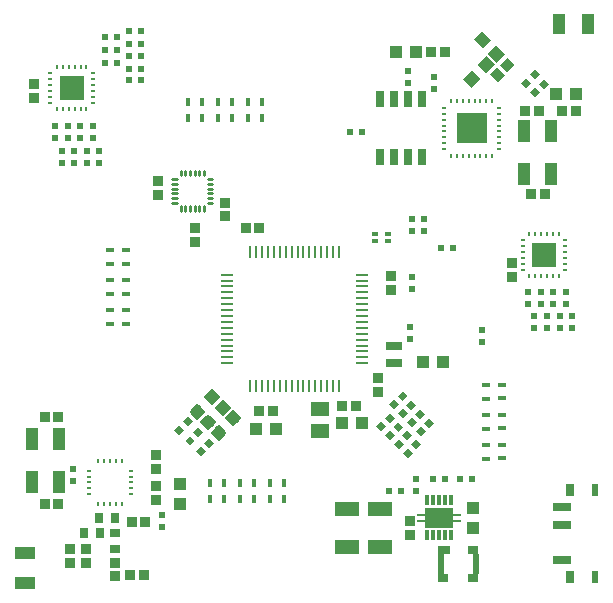
<source format=gtp>
G75*
%MOIN*%
%OFA0B0*%
%FSLAX24Y24*%
%IPPOS*%
%LPD*%
%AMOC8*
5,1,8,0,0,1.08239X$1,22.5*
%
%ADD10R,0.0433X0.0394*%
%ADD11R,0.0335X0.0354*%
%ADD12R,0.0354X0.0335*%
%ADD13R,0.0591X0.0512*%
%ADD14C,0.0118*%
%ADD15R,0.0236X0.0236*%
%ADD16R,0.0236X0.0236*%
%ADD17R,0.0591X0.0276*%
%ADD18R,0.0236X0.0394*%
%ADD19R,0.0315X0.0394*%
%ADD20R,0.0112X0.0433*%
%ADD21R,0.0433X0.0112*%
%ADD22R,0.0787X0.0472*%
%ADD23R,0.0945X0.0650*%
%ADD24R,0.0117X0.0335*%
%ADD25R,0.0276X0.0110*%
%ADD26R,0.0394X0.0433*%
%ADD27R,0.0217X0.0669*%
%ADD28R,0.0394X0.0276*%
%ADD29R,0.0374X0.0276*%
%ADD30R,0.0295X0.0177*%
%ADD31R,0.0177X0.0295*%
%ADD32R,0.0098X0.0157*%
%ADD33R,0.0157X0.0098*%
%ADD34R,0.0787X0.0787*%
%ADD35C,0.0091*%
%ADD36R,0.0394X0.0669*%
%ADD37R,0.0433X0.0748*%
%ADD38R,0.0280X0.0560*%
%ADD39R,0.1000X0.1000*%
%ADD40R,0.0669X0.0394*%
%ADD41R,0.0276X0.0354*%
%ADD42R,0.0354X0.0276*%
%ADD43R,0.0550X0.0300*%
%ADD44R,0.0240X0.0120*%
D10*
X026070Y022682D03*
X026739Y022682D03*
X028930Y022867D03*
X029599Y022867D03*
X031625Y024922D03*
X032294Y024922D03*
X036070Y033847D03*
X036739Y033847D03*
G36*
X034074Y035473D02*
X034379Y035168D01*
X034100Y034889D01*
X033795Y035194D01*
X034074Y035473D01*
G37*
G36*
X033601Y035947D02*
X033906Y035642D01*
X033627Y035363D01*
X033322Y035668D01*
X033601Y035947D01*
G37*
G36*
X033445Y034808D02*
X033750Y035113D01*
X034029Y034834D01*
X033724Y034529D01*
X033445Y034808D01*
G37*
G36*
X032971Y034335D02*
X033276Y034640D01*
X033555Y034361D01*
X033250Y034056D01*
X032971Y034335D01*
G37*
X031399Y035247D03*
X030730Y035247D03*
D11*
X031916Y035237D03*
X032373Y035237D03*
G36*
X033876Y034497D02*
X034112Y034733D01*
X034362Y034483D01*
X034126Y034247D01*
X033876Y034497D01*
G37*
G36*
X034199Y034820D02*
X034435Y035056D01*
X034685Y034806D01*
X034449Y034570D01*
X034199Y034820D01*
G37*
X035046Y033277D03*
X035503Y033277D03*
X036266Y033262D03*
X036723Y033262D03*
X035703Y030497D03*
X035246Y030497D03*
X026178Y029387D03*
X025721Y029387D03*
X028941Y023447D03*
X029398Y023447D03*
X026633Y023282D03*
X026176Y023282D03*
X022383Y019572D03*
X021926Y019572D03*
X019478Y020182D03*
X019021Y020182D03*
X021876Y017797D03*
X022333Y017797D03*
X019478Y023082D03*
X019021Y023082D03*
D12*
X022730Y021800D03*
X022730Y021343D03*
X022730Y020775D03*
X022730Y020318D03*
X020405Y018675D03*
X020405Y018218D03*
X019855Y018218D03*
X019855Y018675D03*
X021355Y018225D03*
X021355Y017768D03*
X031190Y019143D03*
X031190Y019600D03*
X030130Y023918D03*
X030130Y024375D03*
X030555Y027318D03*
X030555Y027775D03*
X034585Y027748D03*
X034585Y028205D03*
X025050Y029763D03*
X025050Y030220D03*
X024025Y029380D03*
X024025Y028923D03*
X022795Y030488D03*
X022795Y030945D03*
X018670Y033708D03*
X018670Y034165D03*
D13*
X028210Y023351D03*
X028210Y022603D03*
D14*
X025311Y022839D02*
X025116Y023034D01*
X025311Y023229D01*
X025506Y023034D01*
X025311Y022839D01*
X025428Y022956D02*
X025194Y022956D01*
X025155Y023073D02*
X025467Y023073D01*
X025350Y023190D02*
X025272Y023190D01*
X024957Y023193D02*
X024762Y023388D01*
X024957Y023583D01*
X025152Y023388D01*
X024957Y023193D01*
X025074Y023310D02*
X024840Y023310D01*
X024801Y023427D02*
X025113Y023427D01*
X024996Y023544D02*
X024918Y023544D01*
X024604Y023546D02*
X024409Y023741D01*
X024604Y023936D01*
X024799Y023741D01*
X024604Y023546D01*
X024721Y023663D02*
X024487Y023663D01*
X024448Y023780D02*
X024760Y023780D01*
X024643Y023897D02*
X024565Y023897D01*
X023920Y023253D02*
X024115Y023058D01*
X023920Y023253D02*
X024115Y023448D01*
X024310Y023253D01*
X024115Y023058D01*
X024232Y023175D02*
X023998Y023175D01*
X023959Y023292D02*
X024271Y023292D01*
X024154Y023409D02*
X024076Y023409D01*
X024274Y022899D02*
X024469Y022704D01*
X024274Y022899D02*
X024469Y023094D01*
X024664Y022899D01*
X024469Y022704D01*
X024586Y022821D02*
X024352Y022821D01*
X024313Y022938D02*
X024625Y022938D01*
X024508Y023055D02*
X024430Y023055D01*
X024627Y022546D02*
X024822Y022351D01*
X024627Y022546D02*
X024822Y022741D01*
X025017Y022546D01*
X024822Y022351D01*
X024939Y022468D02*
X024705Y022468D01*
X024666Y022585D02*
X024978Y022585D01*
X024861Y022702D02*
X024783Y022702D01*
D15*
X019965Y021342D03*
X019965Y020942D03*
X022930Y019822D03*
X022930Y019422D03*
X030515Y020622D03*
X030915Y020622D03*
X031415Y020622D03*
X031415Y021022D03*
X031965Y021022D03*
X032365Y021022D03*
X032865Y021022D03*
X033265Y021022D03*
X033595Y025567D03*
X033595Y025967D03*
X035350Y026037D03*
X035350Y026437D03*
X035770Y026437D03*
X035770Y026037D03*
X036190Y026037D03*
X036190Y026437D03*
X036610Y026437D03*
X036610Y026037D03*
X036400Y026857D03*
X036400Y027257D03*
X035980Y027257D03*
X035980Y026857D03*
X035560Y026857D03*
X035560Y027257D03*
X035140Y027257D03*
X035140Y026857D03*
X032635Y028697D03*
X032235Y028697D03*
X031675Y029292D03*
X031675Y029667D03*
X031275Y029667D03*
X031275Y029292D03*
X031260Y027752D03*
X031260Y027352D03*
X031210Y026082D03*
X031210Y025682D03*
X020845Y031552D03*
X020845Y031952D03*
X020425Y031952D03*
X020425Y031552D03*
X020005Y031552D03*
X020005Y031952D03*
X019585Y031952D03*
X019585Y031552D03*
X019795Y032372D03*
X019795Y032772D03*
X020215Y032772D03*
X020215Y032372D03*
X020635Y032372D03*
X020635Y032772D03*
X019375Y032772D03*
X019375Y032372D03*
X021840Y034307D03*
X021840Y034682D03*
X022240Y034682D03*
X022240Y034307D03*
X022240Y035102D03*
X021840Y035102D03*
X021840Y035522D03*
X022240Y035522D03*
X022240Y035942D03*
X021840Y035942D03*
X021420Y035732D03*
X021020Y035732D03*
X021020Y035312D03*
X021420Y035312D03*
X021420Y034892D03*
X021020Y034892D03*
X029195Y032587D03*
X029595Y032587D03*
X031145Y034212D03*
X031145Y034612D03*
X032005Y034407D03*
X032005Y034007D03*
D16*
G36*
X035249Y034215D02*
X035083Y034049D01*
X034917Y034215D01*
X035083Y034381D01*
X035249Y034215D01*
G37*
G36*
X035532Y034498D02*
X035366Y034332D01*
X035200Y034498D01*
X035366Y034664D01*
X035532Y034498D01*
G37*
G36*
X035827Y034193D02*
X035661Y034027D01*
X035495Y034193D01*
X035661Y034359D01*
X035827Y034193D01*
G37*
G36*
X035544Y033910D02*
X035378Y033744D01*
X035212Y033910D01*
X035378Y034076D01*
X035544Y033910D01*
G37*
G36*
X030785Y023784D02*
X030951Y023950D01*
X031117Y023784D01*
X030951Y023618D01*
X030785Y023784D01*
G37*
G36*
X030502Y023501D02*
X030668Y023667D01*
X030834Y023501D01*
X030668Y023335D01*
X030502Y023501D01*
G37*
G36*
X030354Y023056D02*
X030520Y023222D01*
X030686Y023056D01*
X030520Y022890D01*
X030354Y023056D01*
G37*
G36*
X030071Y022773D02*
X030237Y022939D01*
X030403Y022773D01*
X030237Y022607D01*
X030071Y022773D01*
G37*
G36*
X030368Y022476D02*
X030534Y022642D01*
X030700Y022476D01*
X030534Y022310D01*
X030368Y022476D01*
G37*
G36*
X030651Y022759D02*
X030817Y022925D01*
X030983Y022759D01*
X030817Y022593D01*
X030651Y022759D01*
G37*
G36*
X030799Y023204D02*
X030965Y023370D01*
X031131Y023204D01*
X030965Y023038D01*
X030799Y023204D01*
G37*
G36*
X031082Y023487D02*
X031248Y023653D01*
X031414Y023487D01*
X031248Y023321D01*
X031082Y023487D01*
G37*
G36*
X031379Y023190D02*
X031545Y023356D01*
X031711Y023190D01*
X031545Y023024D01*
X031379Y023190D01*
G37*
G36*
X031096Y022907D02*
X031262Y023073D01*
X031428Y022907D01*
X031262Y022741D01*
X031096Y022907D01*
G37*
G36*
X030948Y022462D02*
X031114Y022628D01*
X031280Y022462D01*
X031114Y022296D01*
X030948Y022462D01*
G37*
G36*
X030665Y022179D02*
X030831Y022345D01*
X030997Y022179D01*
X030831Y022013D01*
X030665Y022179D01*
G37*
G36*
X030962Y021882D02*
X031128Y022048D01*
X031294Y021882D01*
X031128Y021716D01*
X030962Y021882D01*
G37*
G36*
X031245Y022165D02*
X031411Y022331D01*
X031577Y022165D01*
X031411Y021999D01*
X031245Y022165D01*
G37*
G36*
X031393Y022610D02*
X031559Y022776D01*
X031725Y022610D01*
X031559Y022444D01*
X031393Y022610D01*
G37*
G36*
X031676Y022893D02*
X031842Y023059D01*
X032008Y022893D01*
X031842Y022727D01*
X031676Y022893D01*
G37*
G36*
X024667Y022224D02*
X024501Y022058D01*
X024335Y022224D01*
X024501Y022390D01*
X024667Y022224D01*
G37*
G36*
X024384Y021941D02*
X024218Y021775D01*
X024052Y021941D01*
X024218Y022107D01*
X024384Y021941D01*
G37*
G36*
X024031Y022295D02*
X023865Y022129D01*
X023699Y022295D01*
X023865Y022461D01*
X024031Y022295D01*
G37*
G36*
X024313Y022578D02*
X024147Y022412D01*
X023981Y022578D01*
X024147Y022744D01*
X024313Y022578D01*
G37*
G36*
X023960Y022931D02*
X023794Y022765D01*
X023628Y022931D01*
X023794Y023097D01*
X023960Y022931D01*
G37*
G36*
X023677Y022649D02*
X023511Y022483D01*
X023345Y022649D01*
X023511Y022815D01*
X023677Y022649D01*
G37*
D17*
X036276Y020077D03*
X036276Y019487D03*
X036276Y018306D03*
D18*
X037358Y017755D03*
X037358Y020629D03*
D19*
X036531Y020629D03*
X036531Y017755D03*
D20*
X028831Y024103D03*
X028634Y024103D03*
X028437Y024103D03*
X028240Y024103D03*
X028043Y024103D03*
X027847Y024103D03*
X027650Y024103D03*
X027453Y024103D03*
X027256Y024103D03*
X027059Y024103D03*
X026862Y024103D03*
X026666Y024103D03*
X026469Y024103D03*
X026272Y024103D03*
X026075Y024103D03*
X025878Y024103D03*
X025878Y028591D03*
X026075Y028591D03*
X026272Y028591D03*
X026469Y028591D03*
X026666Y028591D03*
X026862Y028591D03*
X027059Y028591D03*
X027256Y028591D03*
X027453Y028591D03*
X027650Y028591D03*
X027847Y028591D03*
X028043Y028591D03*
X028240Y028591D03*
X028437Y028591D03*
X028634Y028591D03*
X028831Y028591D03*
D21*
X029599Y027823D03*
X029599Y027626D03*
X029599Y027429D03*
X029599Y027232D03*
X029599Y027036D03*
X029599Y026839D03*
X029599Y026642D03*
X029599Y026445D03*
X029599Y026248D03*
X029599Y026051D03*
X029599Y025855D03*
X029599Y025658D03*
X029599Y025461D03*
X029599Y025264D03*
X029599Y025067D03*
X029599Y024870D03*
X025110Y024870D03*
X025110Y025067D03*
X025110Y025264D03*
X025110Y025461D03*
X025110Y025658D03*
X025110Y025855D03*
X025110Y026051D03*
X025110Y026248D03*
X025110Y026445D03*
X025110Y026642D03*
X025110Y026839D03*
X025110Y027036D03*
X025110Y027232D03*
X025110Y027429D03*
X025110Y027626D03*
X025110Y027823D03*
D22*
X029115Y020002D03*
X030215Y020002D03*
X030215Y018742D03*
X029115Y018742D03*
D23*
X032165Y019722D03*
D24*
X032165Y019141D03*
X032361Y019141D03*
X032558Y019141D03*
X031968Y019141D03*
X031771Y019141D03*
X031771Y020302D03*
X031968Y020302D03*
X032165Y020302D03*
X032361Y020302D03*
X032558Y020302D03*
D25*
X032755Y019820D03*
X032755Y019623D03*
X031574Y019623D03*
X031574Y019820D03*
D26*
X033315Y020056D03*
X033315Y019387D03*
X023530Y020187D03*
X023530Y020856D03*
D27*
X032234Y018172D03*
X033395Y018172D03*
D28*
X032322Y018644D03*
D29*
X032313Y017699D03*
X033316Y017699D03*
X033316Y018644D03*
D30*
X033737Y021693D03*
X033737Y022150D03*
X034272Y022150D03*
X034272Y021697D03*
X034272Y022697D03*
X034272Y023150D03*
X033737Y023150D03*
X033737Y022693D03*
X033737Y023693D03*
X033737Y024150D03*
X034272Y024150D03*
X034272Y023697D03*
X021747Y026188D03*
X021747Y026645D03*
X021212Y026641D03*
X021212Y026188D03*
X021212Y027188D03*
X021212Y027641D03*
X021747Y027645D03*
X021747Y027188D03*
X021747Y028188D03*
X021747Y028645D03*
X021212Y028641D03*
X021212Y028188D03*
D31*
X023801Y033054D03*
X024258Y033054D03*
X024254Y033589D03*
X023801Y033589D03*
X024801Y033589D03*
X025254Y033589D03*
X025258Y033054D03*
X024801Y033054D03*
X025801Y033054D03*
X026258Y033054D03*
X026254Y033589D03*
X025801Y033589D03*
X026003Y020869D03*
X025546Y020869D03*
X025550Y020334D03*
X026003Y020334D03*
X026550Y020334D03*
X027003Y020334D03*
X027003Y020869D03*
X026546Y020869D03*
X025003Y020869D03*
X024546Y020869D03*
X024550Y020334D03*
X025003Y020334D03*
D32*
X021598Y020188D03*
X021401Y020188D03*
X021205Y020188D03*
X021008Y020188D03*
X020811Y020188D03*
X020811Y021605D03*
X021008Y021605D03*
X021205Y021605D03*
X021401Y021605D03*
X021598Y021605D03*
X035182Y027768D03*
X035379Y027768D03*
X035576Y027768D03*
X035773Y027768D03*
X035970Y027768D03*
X036167Y027768D03*
X036167Y029185D03*
X035970Y029185D03*
X035773Y029185D03*
X035576Y029185D03*
X035379Y029185D03*
X035182Y029185D03*
X033943Y031791D03*
X033747Y031791D03*
X033550Y031791D03*
X033353Y031791D03*
X033156Y031791D03*
X032959Y031791D03*
X032762Y031791D03*
X032566Y031791D03*
X032566Y033602D03*
X032762Y033602D03*
X032959Y033602D03*
X033156Y033602D03*
X033353Y033602D03*
X033550Y033602D03*
X033747Y033602D03*
X033943Y033602D03*
X020417Y033338D03*
X020220Y033338D03*
X020023Y033338D03*
X019826Y033338D03*
X019629Y033338D03*
X019432Y033338D03*
X019432Y034755D03*
X019629Y034755D03*
X019826Y034755D03*
X020023Y034755D03*
X020220Y034755D03*
X020417Y034755D03*
D33*
X020633Y034539D03*
X020633Y034342D03*
X020633Y034145D03*
X020633Y033948D03*
X020633Y033751D03*
X020633Y033555D03*
X019216Y033555D03*
X019216Y033751D03*
X019216Y033948D03*
X019216Y034145D03*
X019216Y034342D03*
X019216Y034539D03*
X032349Y033386D03*
X032349Y033189D03*
X032349Y032992D03*
X032349Y032795D03*
X032349Y032598D03*
X032349Y032401D03*
X032349Y032205D03*
X032349Y032008D03*
X034160Y032008D03*
X034160Y032205D03*
X034160Y032401D03*
X034160Y032598D03*
X034160Y032795D03*
X034160Y032992D03*
X034160Y033189D03*
X034160Y033386D03*
X034966Y028969D03*
X034966Y028772D03*
X034966Y028575D03*
X034966Y028378D03*
X034966Y028181D03*
X034966Y027985D03*
X036383Y027985D03*
X036383Y028181D03*
X036383Y028378D03*
X036383Y028575D03*
X036383Y028772D03*
X036383Y028969D03*
X021913Y021290D03*
X021913Y021094D03*
X021913Y020897D03*
X021913Y020700D03*
X021913Y020503D03*
X020496Y020503D03*
X020496Y020700D03*
X020496Y020897D03*
X020496Y021094D03*
X020496Y021290D03*
D34*
X035675Y028477D03*
X019925Y034047D03*
D35*
X023551Y031280D02*
X023551Y031134D01*
X023551Y031280D02*
X023551Y031280D01*
X023551Y031134D01*
X023551Y031134D01*
X023551Y031224D02*
X023551Y031224D01*
X023708Y031280D02*
X023708Y031134D01*
X023708Y031280D02*
X023708Y031280D01*
X023708Y031134D01*
X023708Y031134D01*
X023708Y031224D02*
X023708Y031224D01*
X023866Y031280D02*
X023866Y031134D01*
X023866Y031280D02*
X023866Y031280D01*
X023866Y031134D01*
X023866Y031134D01*
X023866Y031224D02*
X023866Y031224D01*
X024023Y031280D02*
X024023Y031134D01*
X024023Y031280D02*
X024023Y031280D01*
X024023Y031134D01*
X024023Y031134D01*
X024023Y031224D02*
X024023Y031224D01*
X024181Y031280D02*
X024181Y031134D01*
X024181Y031280D02*
X024181Y031280D01*
X024181Y031134D01*
X024181Y031134D01*
X024181Y031224D02*
X024181Y031224D01*
X024338Y031280D02*
X024338Y031134D01*
X024338Y031280D02*
X024338Y031280D01*
X024338Y031134D01*
X024338Y031134D01*
X024338Y031224D02*
X024338Y031224D01*
X024462Y031010D02*
X024608Y031010D01*
X024608Y031010D01*
X024462Y031010D01*
X024462Y031010D01*
X024462Y030853D02*
X024608Y030853D01*
X024608Y030853D01*
X024462Y030853D01*
X024462Y030853D01*
X024462Y030695D02*
X024608Y030695D01*
X024608Y030695D01*
X024462Y030695D01*
X024462Y030695D01*
X024462Y030538D02*
X024608Y030538D01*
X024608Y030538D01*
X024462Y030538D01*
X024462Y030538D01*
X024462Y030380D02*
X024608Y030380D01*
X024608Y030380D01*
X024462Y030380D01*
X024462Y030380D01*
X024462Y030223D02*
X024608Y030223D01*
X024608Y030223D01*
X024462Y030223D01*
X024462Y030223D01*
X024338Y030099D02*
X024338Y029953D01*
X024338Y029953D01*
X024338Y030099D01*
X024338Y030099D01*
X024338Y030043D02*
X024338Y030043D01*
X024181Y030099D02*
X024181Y029953D01*
X024181Y029953D01*
X024181Y030099D01*
X024181Y030099D01*
X024181Y030043D02*
X024181Y030043D01*
X024023Y030099D02*
X024023Y029953D01*
X024023Y029953D01*
X024023Y030099D01*
X024023Y030099D01*
X024023Y030043D02*
X024023Y030043D01*
X023866Y030099D02*
X023866Y029953D01*
X023866Y029953D01*
X023866Y030099D01*
X023866Y030099D01*
X023866Y030043D02*
X023866Y030043D01*
X023708Y030099D02*
X023708Y029953D01*
X023708Y029953D01*
X023708Y030099D01*
X023708Y030099D01*
X023708Y030043D02*
X023708Y030043D01*
X023551Y030099D02*
X023551Y029953D01*
X023551Y029953D01*
X023551Y030099D01*
X023551Y030099D01*
X023551Y030043D02*
X023551Y030043D01*
X023427Y030223D02*
X023281Y030223D01*
X023281Y030223D01*
X023427Y030223D01*
X023427Y030223D01*
X023427Y030380D02*
X023281Y030380D01*
X023281Y030380D01*
X023427Y030380D01*
X023427Y030380D01*
X023427Y030538D02*
X023281Y030538D01*
X023281Y030538D01*
X023427Y030538D01*
X023427Y030538D01*
X023427Y030695D02*
X023281Y030695D01*
X023281Y030695D01*
X023427Y030695D01*
X023427Y030695D01*
X023427Y030853D02*
X023281Y030853D01*
X023281Y030853D01*
X023427Y030853D01*
X023427Y030853D01*
X023427Y031010D02*
X023281Y031010D01*
X023281Y031010D01*
X023427Y031010D01*
X023427Y031010D01*
D36*
X036152Y036187D03*
X037137Y036187D03*
D37*
X035907Y032620D03*
X035002Y032620D03*
X035002Y031163D03*
X035907Y031163D03*
X019502Y022360D03*
X018597Y022360D03*
X018597Y020903D03*
X019502Y020903D03*
D38*
X030196Y031731D03*
X030668Y031731D03*
X031141Y031731D03*
X031613Y031731D03*
X031613Y033663D03*
X031141Y033663D03*
X030668Y033663D03*
X030196Y033663D03*
D39*
X033255Y032697D03*
D40*
X018355Y017555D03*
X018355Y018539D03*
D41*
X020349Y019197D03*
X020860Y019197D03*
X020849Y019697D03*
X021360Y019697D03*
D42*
X021355Y019203D03*
X021355Y018691D03*
D43*
X030655Y024882D03*
X030655Y025452D03*
D44*
X030451Y028929D03*
X030451Y029165D03*
X030018Y029165D03*
X030018Y028929D03*
M02*

</source>
